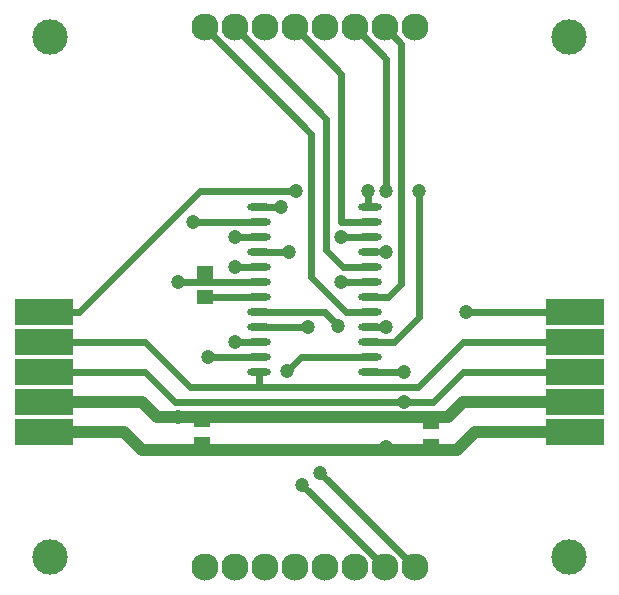
<source format=gbr>
%TF.GenerationSoftware,Altium Limited,Altium Designer,19.1.5 (86)*%
G04 Layer_Physical_Order=2*
G04 Layer_Color=16711680*
%FSLAX43Y43*%
%MOMM*%
%TF.FileFunction,Copper,L2,Bot,Signal*%
%TF.Part,Single*%
G01*
G75*
%TA.AperFunction,Conductor*%
%ADD10C,0.600*%
%TA.AperFunction,ViaPad*%
%ADD11C,2.300*%
%TA.AperFunction,WasherPad*%
%ADD12C,3.000*%
%TA.AperFunction,ViaPad*%
%ADD13C,1.200*%
%TA.AperFunction,SMDPad,CuDef*%
%ADD14R,5.000X2.200*%
%ADD15R,1.400X1.200*%
%ADD16O,2.000X0.600*%
%TA.AperFunction,Conductor*%
%ADD17C,1.000*%
D10*
X24365Y9125D02*
X31350Y2140D01*
X30080Y22460D02*
X31475D01*
X23730Y47860D02*
X27665Y43925D01*
X37954Y18650D02*
X47460D01*
X35414Y16110D02*
X37954Y18650D01*
Y21190D02*
X47460D01*
X34144Y17380D02*
X37954Y21190D01*
X20680Y17380D02*
X34144D01*
X11030Y18650D02*
X13570Y16110D01*
X2540Y18650D02*
X11030D01*
X14840Y17380D02*
X20680D01*
X11030Y21190D02*
X14840Y17380D01*
X2540Y21190D02*
X11030D01*
X15748Y34036D02*
X23876D01*
X5442Y23730D02*
X15748Y34036D01*
X2540Y23730D02*
X5442D01*
X16364Y19920D02*
X20680D01*
X15094Y31350D02*
X20680D01*
X18650Y21190D02*
X20680D01*
X18650Y27540D02*
X20680D01*
Y28810D02*
X23222D01*
X20680Y23730D02*
X26308D01*
X18650Y30080D02*
X20680D01*
Y22460D02*
X24892D01*
X34290Y23368D02*
Y34036D01*
X25908Y10122D02*
X33890Y2140D01*
X24365Y9125D02*
X24384D01*
X32112Y21190D02*
X34290Y23368D01*
X30080Y25000D02*
X31604D01*
X38246Y23730D02*
X47460D01*
X30080Y21190D02*
X32112D01*
X16110Y47860D02*
X25125Y38845D01*
X18650Y47860D02*
X26395Y40115D01*
X23114Y18796D02*
X24238Y19920D01*
X30080D01*
X26308Y23730D02*
X27432Y22606D01*
X28086Y23730D02*
X30080D01*
X25125Y26691D02*
X28086Y23730D01*
X27832Y27540D02*
X30080D01*
X21025Y2305D02*
X21190Y2140D01*
X16110Y25000D02*
X20680D01*
Y32620D02*
X22585D01*
X27665Y26270D02*
X30080D01*
X20680Y17380D02*
Y18650D01*
X30080D02*
X33020D01*
X31496Y34036D02*
Y45174D01*
X29972Y32728D02*
Y34036D01*
X28810Y47860D02*
X31496Y45174D01*
X27665Y30080D02*
X30080D01*
X25125Y26691D02*
Y38845D01*
X26395Y28977D02*
Y40115D01*
Y28977D02*
X27832Y27540D01*
X27665Y31350D02*
Y43925D01*
Y31350D02*
X30080D01*
X31350Y47860D02*
X32766Y46444D01*
X31604Y25000D02*
X32766Y26162D01*
Y46444D01*
X13570Y16110D02*
X33020D01*
X35414D01*
X13824Y26270D02*
X20680D01*
D11*
X16110Y47860D02*
D03*
X18650D02*
D03*
X21190D02*
D03*
X23730D02*
D03*
X26270D02*
D03*
X28810D02*
D03*
X31350D02*
D03*
X33890D02*
D03*
Y2140D02*
D03*
X31350D02*
D03*
X28810D02*
D03*
X26270D02*
D03*
X23730D02*
D03*
X21190D02*
D03*
X18650D02*
D03*
X16110D02*
D03*
D12*
X3000Y3000D02*
D03*
X47000D02*
D03*
Y47000D02*
D03*
X3000D02*
D03*
D13*
X13824Y26270D02*
D03*
X16364Y19920D02*
D03*
X18650Y30080D02*
D03*
Y21190D02*
D03*
X24892Y22460D02*
D03*
X38246Y23730D02*
D03*
X34290Y34036D02*
D03*
X23876D02*
D03*
X15094Y31350D02*
D03*
X33020Y18650D02*
D03*
Y16110D02*
D03*
X23114Y18796D02*
D03*
X27432Y22606D02*
D03*
X18650Y27540D02*
D03*
X24384Y9125D02*
D03*
X23222Y28810D02*
D03*
X31475Y22460D02*
D03*
X22585Y32620D02*
D03*
X27665Y26270D02*
D03*
X13824Y14840D02*
D03*
X31496Y34036D02*
D03*
X29972D02*
D03*
X27665Y30080D02*
D03*
X31475Y28810D02*
D03*
X25908Y10160D02*
D03*
X31475Y12340D02*
D03*
D14*
X47460Y21190D02*
D03*
Y13570D02*
D03*
Y16110D02*
D03*
Y18650D02*
D03*
Y23730D02*
D03*
X2540Y16110D02*
D03*
Y23730D02*
D03*
Y21190D02*
D03*
Y18650D02*
D03*
Y13570D02*
D03*
D15*
X15875Y14605D02*
D03*
Y12573D02*
D03*
X16110Y25000D02*
D03*
Y27032D02*
D03*
X35306Y14478D02*
D03*
Y12446D02*
D03*
D16*
X30080Y32620D02*
D03*
Y31350D02*
D03*
Y30080D02*
D03*
Y28810D02*
D03*
Y27540D02*
D03*
Y26270D02*
D03*
Y25000D02*
D03*
Y23730D02*
D03*
Y22460D02*
D03*
Y21190D02*
D03*
X20680Y27540D02*
D03*
Y26270D02*
D03*
Y25000D02*
D03*
Y23730D02*
D03*
Y22460D02*
D03*
Y21190D02*
D03*
Y19920D02*
D03*
Y18650D02*
D03*
X30080D02*
D03*
Y19920D02*
D03*
X20680Y28810D02*
D03*
Y30080D02*
D03*
Y31350D02*
D03*
Y32620D02*
D03*
D17*
X36684Y14840D02*
X37954Y16110D01*
X10776D02*
X12046Y14840D01*
X2540Y16110D02*
X10776D01*
X2540Y13570D02*
X9290D01*
X10795Y12065D01*
X37465D02*
X38970Y13570D01*
X37954Y16110D02*
X47460D01*
X38970Y13570D02*
X47460D01*
X12046Y14840D02*
X36684D01*
X10795Y12065D02*
X37465D01*
%TF.MD5,7d646ca58db4fe1b0b5d93178c0b0061*%
M02*

</source>
